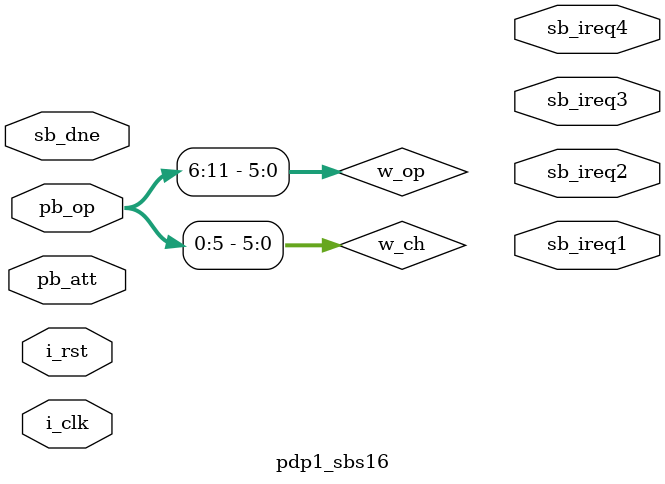
<source format=v>


`define PDP1_SBS16_DSC 6'o50
`define PDP1_SBS16_ASC 6'o51
`define PDP1_SBS16_ISB 6'o52
`define PDP1_SBS16_CAC 6'o53

module pdp1_sbs16(i_clk, i_rst,
		  sb_ireq1, sb_ireq2, sb_ireq3, sb_ireq4, sb_dne,
		  pb_att, pb_op);
   input i_clk;
   input i_rst;
   output sb_ireq1;
   output sb_ireq2;
   output sb_ireq3;
   output sb_ireq4;
   input  sb_dne;

   input  pb_att;
   input [0:11] pb_op;

   wire [0:5] 	w_ch;
   wire [0:5] 	w_op;
   
   assign w_ch = pb_op[0:5];
   assign w_op = pb_op[6:11];

   reg [0:15] 	r_enable;
   reg [0:15] 	r_trig;
   
   always @(posedge i_clk) begin
      if(i_rst) begin
	 r_enable <= 16'h0000;
	 r_trig   <= 16'h0000;
      end
      else begin
	 if(pb_att) begin
	    case(w_op)
	      `PDP1_SBS16_DSC:
		r_enable[w_ch] <= 1'b1;
	      `PDP1_SBS16_ASC:
		r_enable[w_ch] <= 1'b0;
	      `PDP1_SBS16_ISB:
		r_trig[w_ch] <= 1'b1;
	      `PDP1_SBS16_CAC:
		r_enable <= 16'h0000;
	    endcase // case (w_op)
	 end
      end
   end
   
endmodule // pdp1_sbs

</source>
